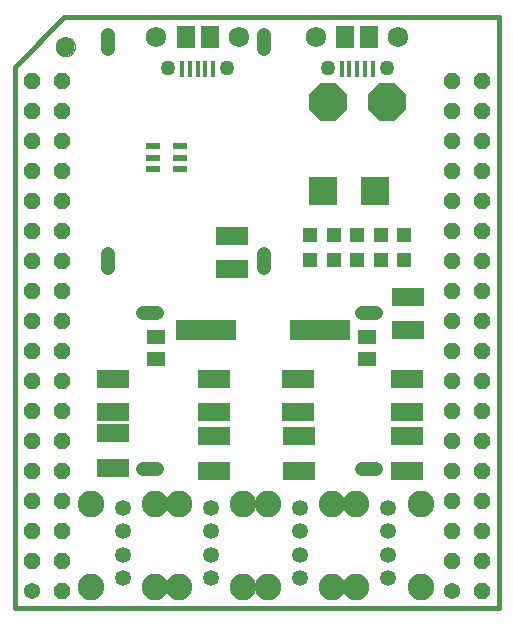
<source format=gts>
G75*
%MOIN*%
%OFA0B0*%
%FSLAX25Y25*%
%IPPOS*%
%LPD*%
%AMOC8*
5,1,8,0,0,1.08239X$1,22.5*
%
%ADD10C,0.01600*%
%ADD11C,0.00000*%
%ADD12C,0.06299*%
%ADD13C,0.05400*%
%ADD14OC8,0.05400*%
%ADD15OC8,0.12500*%
%ADD16C,0.04724*%
%ADD17R,0.10630X0.05906*%
%ADD18R,0.10630X0.06299*%
%ADD19R,0.04724X0.04724*%
%ADD20R,0.20000X0.07000*%
%ADD21C,0.05315*%
%ADD22C,0.08858*%
%ADD23R,0.01575X0.05315*%
%ADD24R,0.05906X0.07480*%
%ADD25C,0.06791*%
%ADD26C,0.05020*%
%ADD27R,0.09449X0.09449*%
%ADD28R,0.05906X0.05118*%
%ADD29R,0.04724X0.02362*%
D10*
X0022538Y0040030D02*
X0183955Y0040030D01*
X0183955Y0236880D01*
X0039073Y0236880D01*
X0022538Y0220344D01*
X0022538Y0040030D01*
D11*
X0036317Y0227037D02*
X0036319Y0227149D01*
X0036325Y0227260D01*
X0036335Y0227372D01*
X0036349Y0227483D01*
X0036366Y0227593D01*
X0036388Y0227703D01*
X0036414Y0227812D01*
X0036443Y0227920D01*
X0036476Y0228026D01*
X0036513Y0228132D01*
X0036554Y0228236D01*
X0036599Y0228339D01*
X0036647Y0228440D01*
X0036698Y0228539D01*
X0036753Y0228636D01*
X0036812Y0228731D01*
X0036873Y0228825D01*
X0036938Y0228916D01*
X0037007Y0229004D01*
X0037078Y0229090D01*
X0037152Y0229174D01*
X0037230Y0229254D01*
X0037310Y0229332D01*
X0037393Y0229408D01*
X0037478Y0229480D01*
X0037566Y0229549D01*
X0037656Y0229615D01*
X0037749Y0229677D01*
X0037844Y0229737D01*
X0037941Y0229793D01*
X0038039Y0229845D01*
X0038140Y0229894D01*
X0038242Y0229939D01*
X0038346Y0229981D01*
X0038451Y0230019D01*
X0038558Y0230053D01*
X0038665Y0230083D01*
X0038774Y0230110D01*
X0038883Y0230132D01*
X0038994Y0230151D01*
X0039104Y0230166D01*
X0039216Y0230177D01*
X0039327Y0230184D01*
X0039439Y0230187D01*
X0039551Y0230186D01*
X0039663Y0230181D01*
X0039774Y0230172D01*
X0039885Y0230159D01*
X0039996Y0230142D01*
X0040106Y0230122D01*
X0040215Y0230097D01*
X0040323Y0230069D01*
X0040430Y0230036D01*
X0040536Y0230000D01*
X0040640Y0229960D01*
X0040743Y0229917D01*
X0040845Y0229870D01*
X0040944Y0229819D01*
X0041042Y0229765D01*
X0041138Y0229707D01*
X0041232Y0229646D01*
X0041323Y0229582D01*
X0041412Y0229515D01*
X0041499Y0229444D01*
X0041583Y0229370D01*
X0041665Y0229294D01*
X0041743Y0229214D01*
X0041819Y0229132D01*
X0041892Y0229047D01*
X0041962Y0228960D01*
X0042028Y0228870D01*
X0042092Y0228778D01*
X0042152Y0228684D01*
X0042209Y0228588D01*
X0042262Y0228489D01*
X0042312Y0228389D01*
X0042358Y0228288D01*
X0042401Y0228184D01*
X0042440Y0228079D01*
X0042475Y0227973D01*
X0042506Y0227866D01*
X0042534Y0227757D01*
X0042557Y0227648D01*
X0042577Y0227538D01*
X0042593Y0227427D01*
X0042605Y0227316D01*
X0042613Y0227205D01*
X0042617Y0227093D01*
X0042617Y0226981D01*
X0042613Y0226869D01*
X0042605Y0226758D01*
X0042593Y0226647D01*
X0042577Y0226536D01*
X0042557Y0226426D01*
X0042534Y0226317D01*
X0042506Y0226208D01*
X0042475Y0226101D01*
X0042440Y0225995D01*
X0042401Y0225890D01*
X0042358Y0225786D01*
X0042312Y0225685D01*
X0042262Y0225585D01*
X0042209Y0225486D01*
X0042152Y0225390D01*
X0042092Y0225296D01*
X0042028Y0225204D01*
X0041962Y0225114D01*
X0041892Y0225027D01*
X0041819Y0224942D01*
X0041743Y0224860D01*
X0041665Y0224780D01*
X0041583Y0224704D01*
X0041499Y0224630D01*
X0041412Y0224559D01*
X0041323Y0224492D01*
X0041232Y0224428D01*
X0041138Y0224367D01*
X0041042Y0224309D01*
X0040944Y0224255D01*
X0040845Y0224204D01*
X0040743Y0224157D01*
X0040640Y0224114D01*
X0040536Y0224074D01*
X0040430Y0224038D01*
X0040323Y0224005D01*
X0040215Y0223977D01*
X0040106Y0223952D01*
X0039996Y0223932D01*
X0039885Y0223915D01*
X0039774Y0223902D01*
X0039663Y0223893D01*
X0039551Y0223888D01*
X0039439Y0223887D01*
X0039327Y0223890D01*
X0039216Y0223897D01*
X0039104Y0223908D01*
X0038994Y0223923D01*
X0038883Y0223942D01*
X0038774Y0223964D01*
X0038665Y0223991D01*
X0038558Y0224021D01*
X0038451Y0224055D01*
X0038346Y0224093D01*
X0038242Y0224135D01*
X0038140Y0224180D01*
X0038039Y0224229D01*
X0037941Y0224281D01*
X0037844Y0224337D01*
X0037749Y0224397D01*
X0037656Y0224459D01*
X0037566Y0224525D01*
X0037478Y0224594D01*
X0037393Y0224666D01*
X0037310Y0224742D01*
X0037230Y0224820D01*
X0037152Y0224900D01*
X0037078Y0224984D01*
X0037007Y0225070D01*
X0036938Y0225158D01*
X0036873Y0225249D01*
X0036812Y0225343D01*
X0036753Y0225438D01*
X0036698Y0225535D01*
X0036647Y0225634D01*
X0036599Y0225735D01*
X0036554Y0225838D01*
X0036513Y0225942D01*
X0036476Y0226048D01*
X0036443Y0226154D01*
X0036414Y0226262D01*
X0036388Y0226371D01*
X0036366Y0226481D01*
X0036349Y0226591D01*
X0036335Y0226702D01*
X0036325Y0226814D01*
X0036319Y0226925D01*
X0036317Y0227037D01*
D12*
X0039467Y0227037D03*
D13*
X0028247Y0045581D03*
X0168247Y0045581D03*
D14*
X0168247Y0055581D03*
X0168247Y0065581D03*
X0168247Y0075581D03*
X0168247Y0085581D03*
X0168247Y0095581D03*
X0168247Y0105581D03*
X0168247Y0115581D03*
X0168247Y0125581D03*
X0168247Y0135581D03*
X0168247Y0145581D03*
X0168247Y0155581D03*
X0168247Y0165581D03*
X0168247Y0175581D03*
X0168247Y0185581D03*
X0168247Y0195581D03*
X0168247Y0205581D03*
X0168247Y0215581D03*
X0178247Y0215581D03*
X0178247Y0205581D03*
X0178247Y0195581D03*
X0178247Y0185581D03*
X0178247Y0175581D03*
X0178247Y0165581D03*
X0178247Y0155581D03*
X0178247Y0145581D03*
X0178247Y0135581D03*
X0178247Y0125581D03*
X0178247Y0115581D03*
X0178247Y0105581D03*
X0178247Y0095581D03*
X0178247Y0085581D03*
X0178247Y0075581D03*
X0178247Y0065581D03*
X0178247Y0055581D03*
X0178247Y0045581D03*
X0038247Y0045581D03*
X0038247Y0055581D03*
X0038247Y0065581D03*
X0038247Y0075581D03*
X0038247Y0085581D03*
X0038247Y0095581D03*
X0038247Y0105581D03*
X0038247Y0115581D03*
X0038247Y0125581D03*
X0038247Y0135581D03*
X0038247Y0145581D03*
X0038247Y0155581D03*
X0038247Y0165581D03*
X0038247Y0175581D03*
X0038247Y0185581D03*
X0038247Y0195581D03*
X0038247Y0205581D03*
X0038247Y0215581D03*
X0028247Y0215581D03*
X0028247Y0205581D03*
X0028247Y0195581D03*
X0028247Y0185581D03*
X0028247Y0175581D03*
X0028247Y0165581D03*
X0028247Y0155581D03*
X0028247Y0145581D03*
X0028247Y0135581D03*
X0028247Y0125581D03*
X0028247Y0115581D03*
X0028247Y0105581D03*
X0028247Y0095581D03*
X0028247Y0085581D03*
X0028247Y0075581D03*
X0028247Y0065581D03*
X0028247Y0055581D03*
D15*
X0126869Y0208533D03*
X0146554Y0208533D03*
D16*
X0105696Y0226329D02*
X0105696Y0231053D01*
X0053696Y0231053D02*
X0053696Y0226329D01*
X0053696Y0158053D02*
X0053696Y0153329D01*
X0065365Y0138400D02*
X0070089Y0138400D01*
X0105696Y0153329D02*
X0105696Y0158053D01*
X0138365Y0138400D02*
X0143089Y0138400D01*
X0143089Y0086400D02*
X0138365Y0086400D01*
X0070089Y0086400D02*
X0065365Y0086400D01*
D17*
X0055215Y0086683D03*
X0055215Y0098297D03*
X0089073Y0097116D03*
X0089073Y0085502D03*
X0117420Y0085502D03*
X0117420Y0097116D03*
X0153247Y0097116D03*
X0153247Y0085502D03*
D18*
X0153247Y0105384D03*
X0153247Y0116407D03*
X0153640Y0132549D03*
X0153640Y0143573D03*
X0117026Y0116407D03*
X0117026Y0105384D03*
X0089073Y0105384D03*
X0089073Y0116407D03*
X0094979Y0153022D03*
X0094979Y0164045D03*
X0055215Y0116407D03*
X0055215Y0105384D03*
D19*
X0120963Y0155974D03*
X0120963Y0164242D03*
X0128837Y0164242D03*
X0128837Y0155974D03*
X0136711Y0155974D03*
X0136711Y0164242D03*
X0144585Y0164242D03*
X0144585Y0155974D03*
X0152459Y0155974D03*
X0152459Y0164242D03*
D20*
X0124215Y0132549D03*
X0086215Y0132549D03*
D21*
X0088089Y0073415D03*
X0088089Y0065541D03*
X0088089Y0057667D03*
X0088089Y0049793D03*
X0058562Y0049793D03*
X0058562Y0057667D03*
X0058562Y0065541D03*
X0058562Y0073415D03*
X0117617Y0073415D03*
X0117617Y0065541D03*
X0117617Y0057667D03*
X0117617Y0049793D03*
X0147144Y0049793D03*
X0147144Y0057667D03*
X0147144Y0065541D03*
X0147144Y0073415D03*
D22*
X0136436Y0074478D03*
X0128325Y0074478D03*
X0106908Y0074478D03*
X0098798Y0074478D03*
X0077381Y0074478D03*
X0069270Y0074478D03*
X0069270Y0046919D03*
X0077381Y0046919D03*
X0098798Y0046919D03*
X0106908Y0046919D03*
X0128325Y0046919D03*
X0136436Y0046919D03*
X0157853Y0046919D03*
X0157853Y0074478D03*
X0047853Y0074478D03*
X0047853Y0046919D03*
D23*
X0078444Y0219656D03*
X0081003Y0219656D03*
X0083562Y0219656D03*
X0086121Y0219656D03*
X0088680Y0219656D03*
X0131593Y0219656D03*
X0134152Y0219656D03*
X0136711Y0219656D03*
X0139270Y0219656D03*
X0141829Y0219656D03*
D24*
X0140648Y0230187D03*
X0132774Y0230148D03*
X0087499Y0230187D03*
X0079625Y0230148D03*
D25*
X0069782Y0230187D03*
X0097341Y0230187D03*
X0122932Y0230187D03*
X0150491Y0230187D03*
D26*
X0146554Y0219852D03*
X0126869Y0219852D03*
X0093404Y0219852D03*
X0073719Y0219852D03*
D27*
X0125294Y0179006D03*
X0142617Y0179006D03*
D28*
X0139861Y0130384D03*
X0139861Y0122904D03*
X0069782Y0122904D03*
X0069782Y0130384D03*
D29*
X0068601Y0186289D03*
X0068601Y0190030D03*
X0068601Y0193770D03*
X0077656Y0193770D03*
X0077656Y0190030D03*
X0077656Y0186289D03*
M02*

</source>
